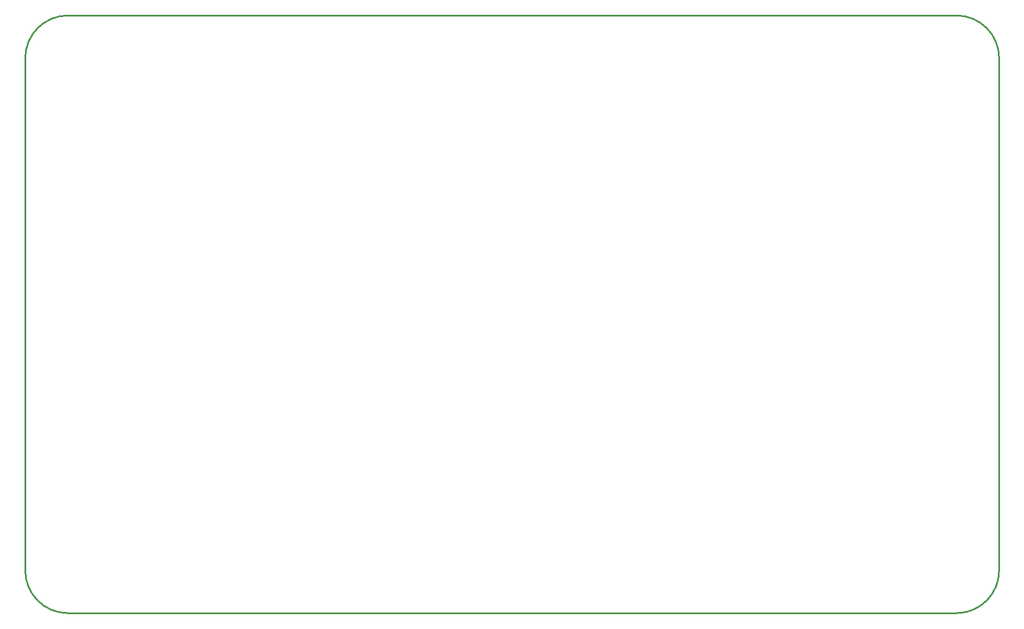
<source format=gko>
G04*
G04 #@! TF.GenerationSoftware,Altium Limited,Altium Designer,18.1.9 (240)*
G04*
G04 Layer_Color=16711935*
%FSLAX25Y25*%
%MOIN*%
G70*
G01*
G75*
%ADD14C,0.01000*%
D14*
X100000Y125000D02*
G03*
X125000Y100000I25000J0D01*
G01*
Y450000D02*
G03*
X100000Y425000I0J-25000D01*
G01*
X670000D02*
G03*
X645000Y450000I-25000J0D01*
G01*
Y100000D02*
G03*
X670000Y125000I0J25000D01*
G01*
X125000Y100000D02*
X645000D01*
X100000Y125000D02*
Y425000D01*
X125000Y450000D02*
X645000D01*
X670000Y125000D02*
Y425000D01*
M02*

</source>
